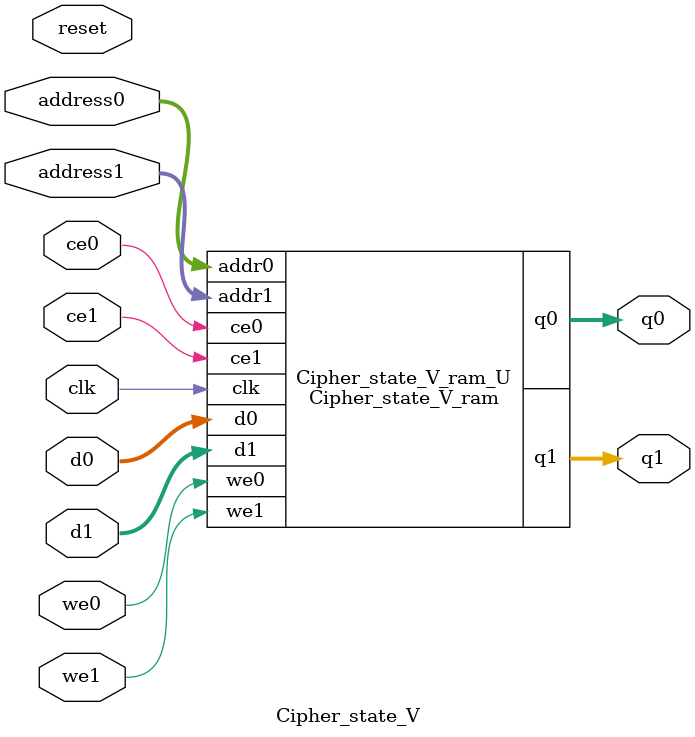
<source format=v>
`timescale 1 ns / 1 ps
module Cipher_state_V_ram (addr0, ce0, d0, we0, q0, addr1, ce1, d1, we1, q1,  clk);

parameter DWIDTH = 8;
parameter AWIDTH = 4;
parameter MEM_SIZE = 16;

input[AWIDTH-1:0] addr0;
input ce0;
input[DWIDTH-1:0] d0;
input we0;
output reg[DWIDTH-1:0] q0;
input[AWIDTH-1:0] addr1;
input ce1;
input[DWIDTH-1:0] d1;
input we1;
output reg[DWIDTH-1:0] q1;
input clk;

(* ram_style = "block" *)reg [DWIDTH-1:0] ram[0:MEM_SIZE-1];




always @(posedge clk)  
begin 
    if (ce0) begin
        if (we0) 
            ram[addr0] <= d0; 
        q0 <= ram[addr0];
    end
end


always @(posedge clk)  
begin 
    if (ce1) begin
        if (we1) 
            ram[addr1] <= d1; 
        q1 <= ram[addr1];
    end
end


endmodule

`timescale 1 ns / 1 ps
module Cipher_state_V(
    reset,
    clk,
    address0,
    ce0,
    we0,
    d0,
    q0,
    address1,
    ce1,
    we1,
    d1,
    q1);

parameter DataWidth = 32'd8;
parameter AddressRange = 32'd16;
parameter AddressWidth = 32'd4;
input reset;
input clk;
input[AddressWidth - 1:0] address0;
input ce0;
input we0;
input[DataWidth - 1:0] d0;
output[DataWidth - 1:0] q0;
input[AddressWidth - 1:0] address1;
input ce1;
input we1;
input[DataWidth - 1:0] d1;
output[DataWidth - 1:0] q1;



Cipher_state_V_ram Cipher_state_V_ram_U(
    .clk( clk ),
    .addr0( address0 ),
    .ce0( ce0 ),
    .we0( we0 ),
    .d0( d0 ),
    .q0( q0 ),
    .addr1( address1 ),
    .ce1( ce1 ),
    .we1( we1 ),
    .d1( d1 ),
    .q1( q1 ));

endmodule


</source>
